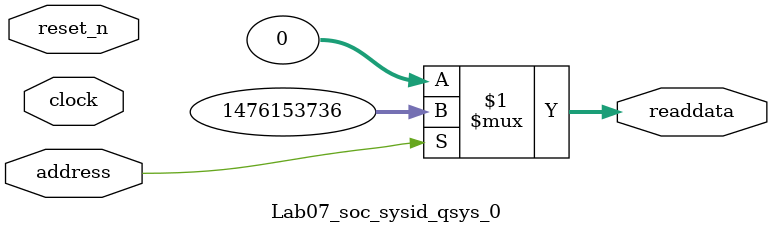
<source format=v>

`timescale 1ns / 1ps
// synthesis translate_on

// turn off superfluous verilog processor warnings 
// altera message_level Level1 
// altera message_off 10034 10035 10036 10037 10230 10240 10030 

module Lab07_soc_sysid_qsys_0 (
               // inputs:
                address,
                clock,
                reset_n,

               // outputs:
                readdata
             )
;

  output  [ 31: 0] readdata;
  input            address;
  input            clock;
  input            reset_n;

  wire    [ 31: 0] readdata;
  //control_slave, which is an e_avalon_slave
  assign readdata = address ? 1476153736 : 0;

endmodule




</source>
